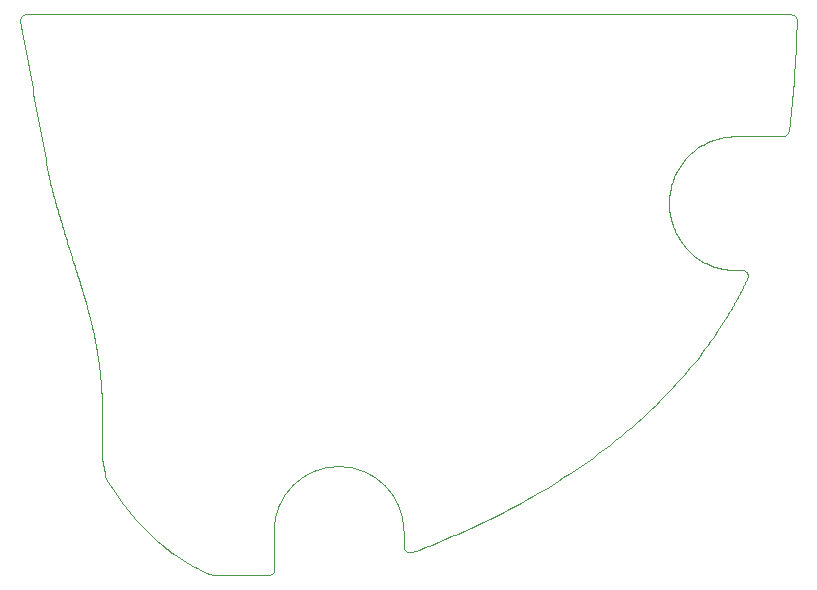
<source format=gm1>
%TF.GenerationSoftware,KiCad,Pcbnew,7.0.6*%
%TF.CreationDate,2023-07-13T14:40:27+02:00*%
%TF.ProjectId,RH_HeadLogicBoard_FreeJoy,52485f48-6561-4644-9c6f-676963426f61,rev?*%
%TF.SameCoordinates,Original*%
%TF.FileFunction,Profile,NP*%
%FSLAX46Y46*%
G04 Gerber Fmt 4.6, Leading zero omitted, Abs format (unit mm)*
G04 Created by KiCad (PCBNEW 7.0.6) date 2023-07-13 14:40:27*
%MOMM*%
%LPD*%
G01*
G04 APERTURE LIST*
%ADD10C,0.100000*%
%TA.AperFunction,Profile*%
%ADD11C,0.100000*%
%TD*%
G04 APERTURE END LIST*
D10*
X86325373Y-40790437D02*
X86264936Y-40874144D01*
X86198287Y-40936327D01*
X27480922Y-57478285D02*
X27506824Y-57594701D01*
X27532319Y-57711202D01*
X27557405Y-57827809D01*
X27582080Y-57944544D01*
X27606343Y-58061428D01*
X27630194Y-58178482D01*
X27639619Y-58225357D01*
X25686656Y-51228688D02*
X25753097Y-51440824D01*
X25817386Y-51645886D01*
X25879608Y-51844219D01*
X25939851Y-52036169D01*
X25998202Y-52222084D01*
X26054749Y-52402310D01*
X26109577Y-52577192D01*
X26162776Y-52747077D01*
X26214430Y-52912312D01*
X26264629Y-53073242D01*
X26313458Y-53230215D01*
X26361005Y-53383576D01*
X26407357Y-53533672D01*
X26452601Y-53680848D01*
X26496825Y-53825453D01*
X26540115Y-53967831D01*
X26582558Y-54108329D01*
X26624243Y-54247294D01*
X26665254Y-54385071D01*
X26705681Y-54522008D01*
X26745610Y-54658450D01*
X26785128Y-54794744D01*
X26824322Y-54931236D01*
X26863279Y-55068272D01*
X26902087Y-55206199D01*
X26940832Y-55345364D01*
X26979602Y-55486111D01*
X27018484Y-55628789D01*
X27057565Y-55773743D01*
X27096932Y-55921319D01*
X27136672Y-56071864D01*
X27176873Y-56225724D01*
X81756725Y-41041166D02*
X81605026Y-41043439D01*
X81453545Y-41050224D01*
X81302383Y-41061468D01*
X81151642Y-41077119D01*
X81001425Y-41097125D01*
X80851832Y-41121434D01*
X80702965Y-41149994D01*
X80554927Y-41182751D01*
X80407819Y-41219655D01*
X80261743Y-41260653D01*
X80116801Y-41305692D01*
X79973094Y-41354720D01*
X79830725Y-41407685D01*
X79689795Y-41464536D01*
X79550406Y-41525219D01*
X79412660Y-41589682D01*
X79276659Y-41657874D01*
X79142505Y-41729741D01*
X79010298Y-41805233D01*
X78880142Y-41884296D01*
X78752138Y-41966878D01*
X78626388Y-42052927D01*
X78502993Y-42142391D01*
X78382056Y-42235218D01*
X78263678Y-42331355D01*
X78147961Y-42430750D01*
X78035007Y-42533351D01*
X77924918Y-42639106D01*
X77817795Y-42747962D01*
X77713741Y-42859868D01*
X77612857Y-42974770D01*
X77515245Y-43092618D01*
X29181662Y-70909128D02*
X29356159Y-71167024D01*
X29530227Y-71418298D01*
X29703817Y-71663054D01*
X29876885Y-71901396D01*
X30049385Y-72133429D01*
X30221272Y-72359258D01*
X30392499Y-72578986D01*
X30563021Y-72792718D01*
X30732791Y-73000559D01*
X30901766Y-73202614D01*
X31069898Y-73398986D01*
X31237141Y-73589780D01*
X31403451Y-73775101D01*
X31568782Y-73955053D01*
X31733087Y-74129741D01*
X31896321Y-74299269D01*
X32058439Y-74463741D01*
X32219394Y-74623263D01*
X32379141Y-74777938D01*
X32537634Y-74927871D01*
X32694828Y-75073167D01*
X32850676Y-75213929D01*
X33005133Y-75350264D01*
X33158154Y-75482274D01*
X33309692Y-75610064D01*
X33459702Y-75733740D01*
X33608137Y-75853405D01*
X33754954Y-75969164D01*
X33900105Y-76081121D01*
X34043545Y-76189381D01*
X34185228Y-76294048D01*
X34325109Y-76395228D01*
X82435475Y-52332967D02*
X82538168Y-52343626D01*
X82625300Y-52370402D01*
D11*
X81756725Y-41041166D02*
X85891940Y-41041166D01*
D10*
X86935756Y-30857827D02*
X87001358Y-30937551D01*
X87044564Y-31017814D01*
D11*
X82435475Y-52332967D02*
X81756725Y-52332967D01*
D10*
X54109049Y-76221841D02*
X54019848Y-76169852D01*
X53951464Y-76109583D01*
X82625300Y-52370402D02*
X82716258Y-52419251D01*
X82786701Y-52477101D01*
X77515245Y-43092618D02*
X77419435Y-43215378D01*
X77327227Y-43340853D01*
X77238646Y-43468929D01*
X77153720Y-43599491D01*
X77072473Y-43732427D01*
X76994932Y-43867623D01*
X76921124Y-44004964D01*
X76851074Y-44144338D01*
X76784808Y-44285630D01*
X76722353Y-44428727D01*
X76663734Y-44573515D01*
X76608978Y-44719881D01*
X76558111Y-44867711D01*
X76511160Y-45016891D01*
X76468149Y-45167307D01*
X76429106Y-45318847D01*
X76394056Y-45471395D01*
X76363026Y-45624839D01*
X76336042Y-45779065D01*
X76313130Y-45933958D01*
X76294315Y-46089407D01*
X76279625Y-46245296D01*
X76269085Y-46401512D01*
X76262721Y-46557942D01*
X76260560Y-46714471D01*
X76262627Y-46870986D01*
X76268949Y-47027374D01*
X76279552Y-47183521D01*
X76294463Y-47339312D01*
X76313706Y-47494635D01*
X76337308Y-47649376D01*
X76365297Y-47803421D01*
D11*
X42814877Y-74483513D02*
X42814877Y-77695180D01*
D10*
X76365297Y-47803421D02*
X76396812Y-47952795D01*
X76432439Y-48101167D01*
X76472115Y-48248445D01*
X76515780Y-48394539D01*
X76563371Y-48539359D01*
X76614828Y-48682812D01*
X76670090Y-48824809D01*
X76729096Y-48965259D01*
X76791783Y-49104071D01*
X76858092Y-49241154D01*
X76927960Y-49376417D01*
X77001327Y-49509770D01*
X77078132Y-49641122D01*
X77158312Y-49770382D01*
X77241807Y-49897459D01*
X77328557Y-50022262D01*
X77418498Y-50144701D01*
X77511571Y-50264685D01*
X77607714Y-50382123D01*
X77706866Y-50496925D01*
X77808966Y-50608999D01*
X77913952Y-50718254D01*
X78021763Y-50824601D01*
X78132338Y-50927948D01*
X78245616Y-51028204D01*
X78361536Y-51125278D01*
X78480036Y-51219081D01*
X78601056Y-51309520D01*
X78724533Y-51396506D01*
X78850407Y-51479947D01*
X78978617Y-51559753D01*
X79109101Y-51635833D01*
X21323020Y-31110714D02*
X21354601Y-31012417D01*
X21398748Y-30932668D01*
X86387558Y-40607221D02*
X86424190Y-40327366D01*
X86459601Y-40046808D01*
X86493816Y-39765530D01*
X86526863Y-39483518D01*
X86558767Y-39200759D01*
X86589555Y-38917238D01*
X86619253Y-38632940D01*
X86647887Y-38347851D01*
X86675484Y-38061957D01*
X86702069Y-37775243D01*
X86727669Y-37487695D01*
X86752310Y-37199299D01*
X86776019Y-36910040D01*
X86798822Y-36619905D01*
X86820744Y-36328877D01*
X86841813Y-36036944D01*
X86862054Y-35744091D01*
X86881494Y-35450304D01*
X86900159Y-35155567D01*
X86918075Y-34859867D01*
X86935269Y-34563190D01*
X86951767Y-34265521D01*
X86967594Y-33966846D01*
X86982778Y-33667149D01*
X86997345Y-33366418D01*
X87011320Y-33064638D01*
X87024730Y-32761793D01*
X87037602Y-32457871D01*
X87049961Y-32152856D01*
X87061834Y-31846735D01*
X87073247Y-31539492D01*
X87084227Y-31231114D01*
X54297455Y-76265868D02*
X54195194Y-76251636D01*
X54109049Y-76221841D01*
X34325109Y-76395228D02*
X34409455Y-76455176D01*
X34494169Y-76514535D01*
X34579245Y-76573303D01*
X34664677Y-76631478D01*
X34750461Y-76689057D01*
X34836591Y-76746038D01*
X34923063Y-76802419D01*
X35009871Y-76858199D01*
X35097011Y-76913376D01*
X35184477Y-76967946D01*
X35272264Y-77021908D01*
X35360367Y-77075261D01*
X35448782Y-77128001D01*
X35537502Y-77180128D01*
X35626523Y-77231638D01*
X35715840Y-77282530D01*
X35805448Y-77332802D01*
X35895342Y-77382452D01*
X35985516Y-77431477D01*
X36075966Y-77479875D01*
X36166686Y-77527646D01*
X36257672Y-77574785D01*
X36348918Y-77621293D01*
X36440419Y-77667165D01*
X36532170Y-77712401D01*
X36624167Y-77756998D01*
X36716404Y-77800954D01*
X36808875Y-77844267D01*
X36901577Y-77886935D01*
X36994503Y-77928956D01*
X37087650Y-77970329D01*
X37181011Y-78011050D01*
X86774355Y-30751127D02*
X86865313Y-30799977D01*
X86935756Y-30857827D01*
X21320556Y-31304179D02*
X21398866Y-31729570D01*
X21477739Y-32157663D01*
X21557119Y-32588176D01*
X21636954Y-33020826D01*
X21717189Y-33455332D01*
X21797770Y-33891412D01*
X21878642Y-34328785D01*
X21959753Y-34767169D01*
X22041047Y-35206283D01*
X22122471Y-35645844D01*
X22203970Y-36085572D01*
X22285492Y-36525183D01*
X22366980Y-36964398D01*
X22448383Y-37402933D01*
X22529644Y-37840508D01*
X22610711Y-38276841D01*
X22691530Y-38711649D01*
X22772045Y-39144653D01*
X22852204Y-39575568D01*
X22931952Y-40004115D01*
X23011235Y-40430012D01*
X23090000Y-40852976D01*
X23168191Y-41272726D01*
X23245755Y-41688981D01*
X23322638Y-42101458D01*
X23398786Y-42509877D01*
X23474145Y-42913955D01*
X23548660Y-43313411D01*
X23622278Y-43707963D01*
X23694945Y-44097329D01*
X23766607Y-44481228D01*
X23837209Y-44859379D01*
X27765326Y-58889830D02*
X27783570Y-58993351D01*
X27801454Y-59096899D01*
X27818981Y-59200484D01*
X27836152Y-59304119D01*
X27852968Y-59407815D01*
X27869430Y-59511586D01*
X27885540Y-59615443D01*
X27901300Y-59719398D01*
D11*
X53814877Y-74483513D02*
G75*
G03*
X42814877Y-74483513I-5500000J0D01*
G01*
D10*
X21536402Y-30796703D02*
X21625155Y-30750036D01*
X21668242Y-30734895D01*
X42814877Y-77695180D02*
X42804217Y-77797873D01*
X42777442Y-77885005D01*
X37181011Y-78011050D02*
X37275981Y-78051703D01*
X37370156Y-78091245D01*
X37463529Y-78129696D01*
X37556095Y-78167073D01*
X28605407Y-70012117D02*
X28564899Y-69930812D01*
X27639619Y-58225357D02*
X27660195Y-58328980D01*
X27680424Y-58432656D01*
X27700307Y-58536401D01*
X27719845Y-58640227D01*
X27739036Y-58744150D01*
X27757883Y-58848182D01*
X27765326Y-58889830D01*
X86053835Y-41014231D02*
X85953629Y-41037345D01*
X85891940Y-41041166D01*
X28242065Y-68286777D02*
X28235099Y-68236588D01*
X82923988Y-52939527D02*
X82891758Y-53037430D01*
X82887283Y-53047139D01*
X53848297Y-75945902D02*
X53821334Y-75846272D01*
X53814877Y-75766172D01*
X82935432Y-52826405D02*
X82926154Y-52929058D01*
X82923988Y-52939527D01*
X82895509Y-52637088D02*
X82925932Y-52735749D01*
X82935432Y-52826405D01*
X28564899Y-69930812D02*
X28539770Y-69843520D01*
X41261519Y-78194455D02*
X41373350Y-78194477D01*
X41473969Y-78194540D01*
X41594103Y-78194669D01*
X41702506Y-78194828D01*
X41803863Y-78194994D01*
X41927793Y-78195175D01*
X42030434Y-78195271D01*
X42141263Y-78195297D01*
X42170799Y-78195291D01*
X37743656Y-78202799D02*
X37854134Y-78202373D01*
X37964835Y-78201954D01*
X38075767Y-78201541D01*
X38186938Y-78201135D01*
X38298358Y-78200735D01*
X38410034Y-78200342D01*
X38521976Y-78199955D01*
X38634192Y-78199574D01*
X86198287Y-40936327D02*
X86110963Y-40990642D01*
X86053835Y-41014231D01*
X23837209Y-44859379D02*
X23888347Y-45059458D01*
X23939107Y-45256366D01*
X23989568Y-45450413D01*
X24039812Y-45641909D01*
X24089919Y-45831165D01*
X24139971Y-46018491D01*
X24190047Y-46204199D01*
X24240230Y-46388597D01*
X24290599Y-46571997D01*
X24341236Y-46754709D01*
X24392222Y-46937043D01*
X24443637Y-47119311D01*
X24495562Y-47301822D01*
X24548079Y-47484886D01*
X24601268Y-47668816D01*
X24655209Y-47853920D01*
X24709985Y-48040509D01*
X24765675Y-48228894D01*
X24822360Y-48419385D01*
X24880122Y-48612293D01*
X24939041Y-48807928D01*
X24999198Y-49006600D01*
X25060674Y-49208620D01*
X25123550Y-49414299D01*
X25187907Y-49623947D01*
X25253825Y-49837874D01*
X25321386Y-50056391D01*
X25390670Y-50279808D01*
X25461758Y-50508435D01*
X25534731Y-50742584D01*
X25609670Y-50982565D01*
X25686656Y-51228688D01*
X37648154Y-78193972D02*
X37556095Y-78167073D01*
X21320556Y-31304179D02*
X21312455Y-31201252D01*
X21323020Y-31110714D01*
X87044564Y-31017814D02*
X87074807Y-31115571D01*
X87076104Y-31122287D01*
X42415117Y-78185029D02*
X42315454Y-78195180D01*
X79109101Y-51635833D02*
X79261463Y-51718498D01*
X79416350Y-51796170D01*
X79573596Y-51868800D01*
X79733033Y-51936342D01*
X79894496Y-51998749D01*
X80057819Y-52055975D01*
X80222835Y-52107972D01*
X80389377Y-52154695D01*
X80557280Y-52196095D01*
X80726377Y-52232128D01*
X80896502Y-52262745D01*
X81067488Y-52287900D01*
X81239170Y-52307546D01*
X81411381Y-52321638D01*
X81583955Y-52330126D01*
X81756725Y-52332967D01*
X28098283Y-61315938D02*
X28110229Y-61440776D01*
X28121686Y-61565535D01*
X28132663Y-61690224D01*
X28143164Y-61814854D01*
X28153197Y-61939433D01*
X28162768Y-62063972D01*
X28171884Y-62188481D01*
X28180551Y-62312971D01*
X28188776Y-62437450D01*
X28196565Y-62561929D01*
X28203926Y-62686418D01*
X28210864Y-62810927D01*
X28217387Y-62935466D01*
X28223500Y-63060045D01*
X28229211Y-63184673D01*
X28234526Y-63309362D01*
X28234526Y-63309362D02*
X28240802Y-63470441D01*
X28246400Y-63630831D01*
X28251345Y-63790543D01*
X28255665Y-63949591D01*
X28259387Y-64107988D01*
X28262538Y-64265746D01*
X28265146Y-64422879D01*
X28267237Y-64579400D01*
X28268840Y-64735321D01*
X28269980Y-64890656D01*
X28270686Y-65045417D01*
X28270985Y-65199618D01*
X28270902Y-65353272D01*
X28270467Y-65506391D01*
X28269706Y-65658989D01*
X28268646Y-65811078D01*
X28267315Y-65962672D01*
X28265739Y-66113784D01*
X28263946Y-66264425D01*
X28261963Y-66414611D01*
X28259817Y-66564352D01*
X28257536Y-66713664D01*
X28255147Y-66862557D01*
X28252676Y-67011046D01*
X28250151Y-67159144D01*
X28247599Y-67306862D01*
X28245048Y-67454216D01*
X28242524Y-67601216D01*
X28240055Y-67747877D01*
X28237669Y-67894211D01*
X28235391Y-68040232D01*
X28233250Y-68185952D01*
D11*
X53814877Y-74483513D02*
X53814877Y-75766172D01*
D10*
X87076104Y-31122287D02*
X87084418Y-31224276D01*
X87084227Y-31231114D01*
X54488469Y-76235070D02*
X55049174Y-76025047D01*
X55608116Y-75810742D01*
X56165228Y-75592105D01*
X56720441Y-75369088D01*
X57273688Y-75141640D01*
X57824902Y-74909712D01*
X58374013Y-74673255D01*
X58920956Y-74432218D01*
X59465661Y-74186554D01*
X60008062Y-73936211D01*
X60548090Y-73681141D01*
X61085678Y-73421294D01*
X61620758Y-73156621D01*
X62153262Y-72887072D01*
X62683123Y-72612597D01*
X63210272Y-72333148D01*
X63734643Y-72048674D01*
X64256167Y-71759126D01*
X64774777Y-71464455D01*
X65290405Y-71164611D01*
X65802983Y-70859545D01*
X66312443Y-70549208D01*
X66818718Y-70233548D01*
X67321740Y-69912519D01*
X67821442Y-69586068D01*
X68317755Y-69254149D01*
X68810612Y-68916710D01*
X69299945Y-68573702D01*
X69785686Y-68225076D01*
X70267768Y-67870782D01*
X70746123Y-67510771D01*
X71220683Y-67144994D01*
X40789809Y-78194616D02*
X40896981Y-78194556D01*
X41007725Y-78194508D01*
X41115270Y-78194475D01*
X41225575Y-78194456D01*
X41261519Y-78194455D01*
X37743656Y-78202799D02*
X37648154Y-78193972D01*
X38634192Y-78199574D02*
X38770940Y-78199119D01*
X38875001Y-78198783D01*
X38988261Y-78198426D01*
X39109763Y-78198054D01*
X39238550Y-78197674D01*
X39373664Y-78197290D01*
X39514148Y-78196910D01*
X39659045Y-78196539D01*
X39807398Y-78196181D01*
X39958249Y-78195845D01*
X40110641Y-78195534D01*
X40263617Y-78195255D01*
X40416219Y-78195014D01*
X40567491Y-78194817D01*
X40716474Y-78194669D01*
X40789809Y-78194616D01*
X27176873Y-56225724D02*
X27207062Y-56342524D01*
X27236916Y-56459398D01*
X27266429Y-56576366D01*
X27295597Y-56693446D01*
X27324416Y-56810658D01*
X27352882Y-56928021D01*
X27380990Y-57045555D01*
X27408735Y-57163279D01*
X27436115Y-57281212D01*
X27463124Y-57399374D01*
X27480922Y-57478285D01*
X28235099Y-68236588D02*
X28233250Y-68185952D01*
X28605407Y-70012117D02*
X28659787Y-70099852D01*
X28714098Y-70186822D01*
X28768339Y-70273030D01*
X28822508Y-70358480D01*
X28876603Y-70443178D01*
X28948612Y-70554945D01*
X29020483Y-70665392D01*
X29092210Y-70774530D01*
X29163790Y-70882369D01*
X29181662Y-70909127D01*
X81001984Y-56508825D02*
X81077176Y-56386871D01*
X81150416Y-56267399D01*
X81221794Y-56150251D01*
X81291400Y-56035266D01*
X81359325Y-55922285D01*
X81425658Y-55811150D01*
X81490491Y-55701700D01*
X81553912Y-55593776D01*
X81616013Y-55487219D01*
X81676883Y-55381869D01*
X81736612Y-55277568D01*
X81795292Y-55174155D01*
X81853012Y-55071472D01*
X81909862Y-54969359D01*
X81965932Y-54867657D01*
X82021314Y-54766206D01*
X82076096Y-54664847D01*
X82130369Y-54563420D01*
X82184224Y-54461767D01*
X82237750Y-54359728D01*
X82291038Y-54257144D01*
X82344178Y-54153854D01*
X82397261Y-54049701D01*
X82450375Y-53944524D01*
X82503612Y-53838164D01*
X82557062Y-53730462D01*
X82610815Y-53621258D01*
X82664961Y-53510393D01*
X82719591Y-53397709D01*
X82774794Y-53283044D01*
X82830661Y-53166240D01*
X82887283Y-53047139D01*
X21398748Y-30932668D02*
X21465284Y-30853721D01*
X21536402Y-30796703D01*
X21668242Y-30734895D02*
X21766677Y-30715777D01*
X21812300Y-30713692D01*
X27901300Y-59719398D02*
X27916074Y-59819120D01*
X27930509Y-59918818D01*
X27944608Y-60018501D01*
X27958372Y-60118174D01*
X27971804Y-60217843D01*
X27984907Y-60317517D01*
X27997681Y-60417201D01*
X28010131Y-60516902D01*
X28022257Y-60616627D01*
X28034062Y-60716382D01*
X28045549Y-60816176D01*
X28056719Y-60916013D01*
X28067575Y-61015901D01*
X28078120Y-61115846D01*
X28088355Y-61215856D01*
X28098283Y-61315938D01*
X42510756Y-78155214D02*
X42415117Y-78185029D01*
X82786701Y-52477101D02*
X82852303Y-52556825D01*
X82895509Y-52637088D01*
X42670742Y-78046406D02*
X42591018Y-78112008D01*
X42510756Y-78155214D01*
X28242065Y-68286777D02*
X28269885Y-68432517D01*
X28297726Y-68578315D01*
X28325588Y-68724164D01*
X28353469Y-68870060D01*
X28381368Y-69015997D01*
X28409285Y-69161971D01*
X28437218Y-69307977D01*
X28465167Y-69454009D01*
X28493132Y-69600063D01*
X28521110Y-69746133D01*
X28539770Y-69843520D01*
X86584530Y-30713692D02*
X86687224Y-30724351D01*
X86774355Y-30751127D01*
X42170799Y-78195291D02*
X42272158Y-78195225D01*
X42315454Y-78195180D01*
X53951464Y-76109583D02*
X53888679Y-76027621D01*
X53848297Y-75945902D01*
X71220683Y-67144994D02*
X71709402Y-66758983D01*
X72184224Y-66374470D01*
X72645359Y-65991650D01*
X73093014Y-65610721D01*
X73527399Y-65231878D01*
X73948721Y-64855318D01*
X74357190Y-64481237D01*
X74753015Y-64109830D01*
X75136404Y-63741295D01*
X75507565Y-63375828D01*
X75866708Y-63013624D01*
X76214041Y-62654881D01*
X76549772Y-62299793D01*
X76874111Y-61948558D01*
X77187266Y-61601372D01*
X77489446Y-61258431D01*
X77780860Y-60919931D01*
X78061715Y-60586069D01*
X78332222Y-60257040D01*
X78592588Y-59933041D01*
X78843022Y-59614269D01*
X79083733Y-59300919D01*
X79314930Y-58993187D01*
X79536821Y-58691271D01*
X79749615Y-58395366D01*
X79953520Y-58105668D01*
X80148746Y-57822373D01*
X80335501Y-57545679D01*
X80513993Y-57275780D01*
X80684432Y-57012874D01*
X80847026Y-56757157D01*
X81001984Y-56508825D01*
X42777442Y-77885005D02*
X42728592Y-77975963D01*
X42670742Y-78046406D01*
X54488469Y-76235070D02*
X54388462Y-76260726D01*
X54297455Y-76265868D01*
X86387558Y-40607221D02*
X86363424Y-40707605D01*
X86325373Y-40790437D01*
D11*
X86584530Y-30713692D02*
X21812300Y-30713692D01*
M02*

</source>
